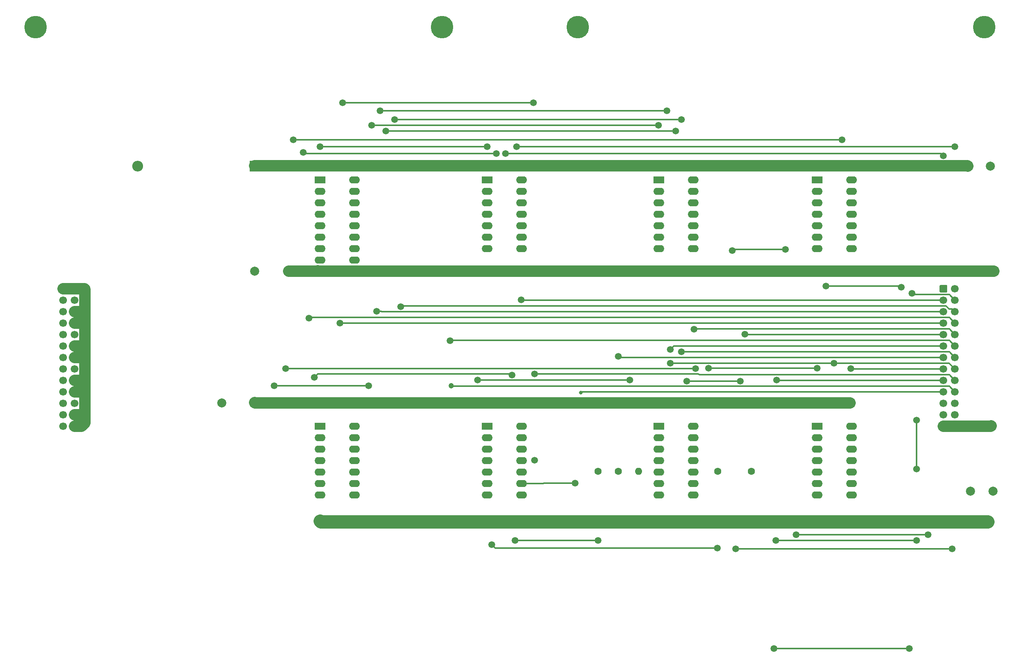
<source format=gbr>
%TF.GenerationSoftware,KiCad,Pcbnew,(5.1.10-1-10_14)*%
%TF.CreationDate,2022-02-02T20:10:15+11:00*%
%TF.ProjectId,Buffer,42756666-6572-42e6-9b69-6361645f7063,rev?*%
%TF.SameCoordinates,Original*%
%TF.FileFunction,Copper,L1,Top*%
%TF.FilePolarity,Positive*%
%FSLAX46Y46*%
G04 Gerber Fmt 4.6, Leading zero omitted, Abs format (unit mm)*
G04 Created by KiCad (PCBNEW (5.1.10-1-10_14)) date 2022-02-02 20:10:15*
%MOMM*%
%LPD*%
G01*
G04 APERTURE LIST*
%TA.AperFunction,ComponentPad*%
%ADD10C,1.700000*%
%TD*%
%TA.AperFunction,ComponentPad*%
%ADD11C,2.000000*%
%TD*%
%TA.AperFunction,ComponentPad*%
%ADD12O,2.400000X2.400000*%
%TD*%
%TA.AperFunction,ComponentPad*%
%ADD13R,2.400000X2.400000*%
%TD*%
%TA.AperFunction,ComponentPad*%
%ADD14O,1.600000X1.600000*%
%TD*%
%TA.AperFunction,ComponentPad*%
%ADD15C,1.600000*%
%TD*%
%TA.AperFunction,ComponentPad*%
%ADD16O,2.400000X1.600000*%
%TD*%
%TA.AperFunction,ComponentPad*%
%ADD17R,2.400000X1.600000*%
%TD*%
%TA.AperFunction,ComponentPad*%
%ADD18C,5.000000*%
%TD*%
%TA.AperFunction,ViaPad*%
%ADD19C,2.500000*%
%TD*%
%TA.AperFunction,ViaPad*%
%ADD20C,1.500000*%
%TD*%
%TA.AperFunction,ViaPad*%
%ADD21C,1.200000*%
%TD*%
%TA.AperFunction,ViaPad*%
%ADD22C,0.800000*%
%TD*%
%TA.AperFunction,Conductor*%
%ADD23C,2.500000*%
%TD*%
%TA.AperFunction,Conductor*%
%ADD24C,3.000000*%
%TD*%
%TA.AperFunction,Conductor*%
%ADD25C,0.500000*%
%TD*%
%TA.AperFunction,Conductor*%
%ADD26C,0.350000*%
%TD*%
G04 APERTURE END LIST*
D10*
%TO.P,J5,26*%
%TO.N,GND*%
X65650000Y-121050000D03*
%TO.P,J5,24*%
%TO.N,OD1_~DATA*%
X65650000Y-123590000D03*
%TO.P,J5,22*%
%TO.N,OD1_~RESET_FLAG*%
X65650000Y-126130000D03*
%TO.P,J5,20*%
%TO.N,OD1_~CLOCK*%
X65650000Y-128670000D03*
%TO.P,J5,18*%
%TO.N,OD0_~DATA*%
X65650000Y-131210000D03*
%TO.P,J5,16*%
%TO.N,OD0_~RESET_FLAG*%
X65650000Y-133750000D03*
%TO.P,J5,14*%
%TO.N,OD0_~CLOCK*%
X65650000Y-136290000D03*
%TO.P,J5,12*%
%TO.N,ID1_~DATA*%
X65650000Y-138830000D03*
%TO.P,J5,10*%
%TO.N,ID1_~RESET_FLAG*%
X65650000Y-141370000D03*
%TO.P,J5,8*%
%TO.N,ID1_~CLOCK*%
X65650000Y-143910000D03*
%TO.P,J5,6*%
%TO.N,ID0_~DATA*%
X65650000Y-146450000D03*
%TO.P,J5,4*%
%TO.N,ID0_~RESET_FLAG*%
X65650000Y-148990000D03*
%TO.P,J5,2*%
%TO.N,ID0_~CLOCK*%
X65650000Y-151530000D03*
%TO.P,J5,25*%
%TO.N,GND*%
X68190000Y-121050000D03*
%TO.P,J5,23*%
%TO.N,OD1_~FLAG*%
X68190000Y-123590000D03*
%TO.P,J5,21*%
%TO.N,GND*%
X68190000Y-126130000D03*
%TO.P,J5,19*%
X68190000Y-128670000D03*
%TO.P,J5,17*%
%TO.N,OD0_~FLAG*%
X68190000Y-131210000D03*
%TO.P,J5,15*%
%TO.N,GND*%
X68190000Y-133750000D03*
%TO.P,J5,13*%
X68190000Y-136290000D03*
%TO.P,J5,11*%
%TO.N,ID1_~FLAG*%
X68190000Y-138830000D03*
%TO.P,J5,9*%
%TO.N,GND*%
X68190000Y-141370000D03*
%TO.P,J5,7*%
X68190000Y-143910000D03*
%TO.P,J5,5*%
%TO.N,ID0_~FLAG*%
X68190000Y-146450000D03*
%TO.P,J5,3*%
%TO.N,GND*%
X68190000Y-148990000D03*
%TO.P,J5,1*%
%TA.AperFunction,ComponentPad*%
G36*
G01*
X69040000Y-150930000D02*
X69040000Y-152130000D01*
G75*
G02*
X68790000Y-152380000I-250000J0D01*
G01*
X67590000Y-152380000D01*
G75*
G02*
X67340000Y-152130000I0J250000D01*
G01*
X67340000Y-150930000D01*
G75*
G02*
X67590000Y-150680000I250000J0D01*
G01*
X68790000Y-150680000D01*
G75*
G02*
X69040000Y-150930000I0J-250000D01*
G01*
G37*
%TD.AperFunction*%
%TD*%
D11*
%TO.P,C4,2*%
%TO.N,GND*%
X270990000Y-93830000D03*
%TO.P,C4,1*%
%TO.N,+5V*%
X265990000Y-93830000D03*
%TD*%
%TO.P,C3,2*%
%TO.N,GND*%
X271590000Y-165930000D03*
%TO.P,C3,1*%
%TO.N,+5V*%
X266590000Y-165930000D03*
%TD*%
%TO.P,C2,2*%
%TO.N,GND*%
X100790000Y-146330000D03*
%TO.P,C2,1*%
%TO.N,+5V*%
X108290000Y-146330000D03*
%TD*%
%TO.P,C1,2*%
%TO.N,GND*%
X115590000Y-117130000D03*
%TO.P,C1,1*%
%TO.N,+5V*%
X108090000Y-117130000D03*
%TD*%
D12*
%TO.P,C5,2*%
%TO.N,GND*%
X82190000Y-93830000D03*
D13*
%TO.P,C5,1*%
%TO.N,+5V*%
X108190000Y-93830000D03*
%TD*%
D14*
%TO.P,R26,2*%
%TO.N,+5V*%
X218090000Y-146290000D03*
D15*
%TO.P,R26,1*%
%TO.N,Net-(R26-Pad1)*%
X218090000Y-161530000D03*
%TD*%
D16*
%TO.P,U1,14*%
%TO.N,+5V*%
X167210000Y-96910000D03*
%TO.P,U1,7*%
%TO.N,GND*%
X159590000Y-112150000D03*
%TO.P,U1,13*%
%TO.N,A1*%
X167210000Y-99450000D03*
%TO.P,U1,6*%
%TO.N,~A0*%
X159590000Y-109610000D03*
%TO.P,U1,12*%
%TO.N,A1*%
X167210000Y-101990000D03*
%TO.P,U1,5*%
%TO.N,A0*%
X159590000Y-107070000D03*
%TO.P,U1,11*%
%TO.N,~A1*%
X167210000Y-104530000D03*
%TO.P,U1,4*%
%TO.N,A0*%
X159590000Y-104530000D03*
%TO.P,U1,10*%
%TO.N,A2*%
X167210000Y-107070000D03*
%TO.P,U1,3*%
%TO.N,CS*%
X159590000Y-101990000D03*
%TO.P,U1,9*%
%TO.N,A2*%
X167210000Y-109610000D03*
%TO.P,U1,2*%
%TO.N,~CS*%
X159590000Y-99450000D03*
%TO.P,U1,8*%
%TO.N,~A2*%
X167210000Y-112150000D03*
D17*
%TO.P,U1,1*%
%TO.N,~CS*%
X159590000Y-96910000D03*
%TD*%
D14*
%TO.P,R23,2*%
%TO.N,Net-(R23-Pad2)*%
X193090000Y-161530000D03*
D15*
%TO.P,R23,1*%
%TO.N,+5V*%
X193090000Y-146290000D03*
%TD*%
D14*
%TO.P,R24,2*%
%TO.N,+5V*%
X188590000Y-146290000D03*
D15*
%TO.P,R24,1*%
%TO.N,Net-(R24-Pad1)*%
X188590000Y-161530000D03*
%TD*%
D14*
%TO.P,R25,2*%
%TO.N,+5V*%
X184090000Y-146290000D03*
D15*
%TO.P,R25,1*%
%TO.N,Net-(R25-Pad1)*%
X184090000Y-161530000D03*
%TD*%
D14*
%TO.P,R27,2*%
%TO.N,+5V*%
X210590000Y-146290000D03*
D15*
%TO.P,R27,1*%
%TO.N,Net-(R27-Pad1)*%
X210590000Y-161530000D03*
%TD*%
D16*
%TO.P,J3,16*%
%TO.N,Net-(J3-Pad16)*%
X130210000Y-96910000D03*
%TO.P,J3,8*%
%TO.N,GND*%
X122590000Y-114690000D03*
%TO.P,J3,15*%
%TO.N,D_IN*%
X130210000Y-99450000D03*
%TO.P,J3,7*%
%TO.N,D_OUT*%
X122590000Y-112150000D03*
%TO.P,J3,14*%
%TO.N,~WE*%
X130210000Y-101990000D03*
%TO.P,J3,6*%
%TO.N,A4*%
X122590000Y-109610000D03*
%TO.P,J3,13*%
%TO.N,A9*%
X130210000Y-104530000D03*
%TO.P,J3,5*%
%TO.N,A3*%
X122590000Y-107070000D03*
%TO.P,J3,12*%
%TO.N,A8*%
X130210000Y-107070000D03*
%TO.P,J3,4*%
%TO.N,A2*%
X122590000Y-104530000D03*
%TO.P,J3,11*%
%TO.N,A7*%
X130210000Y-109610000D03*
%TO.P,J3,3*%
%TO.N,A1*%
X122590000Y-101990000D03*
%TO.P,J3,10*%
%TO.N,A6*%
X130210000Y-112150000D03*
%TO.P,J3,2*%
%TO.N,A0*%
X122590000Y-99450000D03*
%TO.P,J3,9*%
%TO.N,A5*%
X130210000Y-114690000D03*
D17*
%TO.P,J3,1*%
%TO.N,~CS*%
X122590000Y-96910000D03*
%TD*%
D16*
%TO.P,U7,14*%
%TO.N,+5V*%
X240210000Y-151530000D03*
%TO.P,U7,7*%
%TO.N,GND*%
X232590000Y-166770000D03*
%TO.P,U7,13*%
%TO.N,Net-(R28-Pad1)*%
X240210000Y-154070000D03*
%TO.P,U7,6*%
%TO.N,~HALT_COMMAND*%
X232590000Y-164230000D03*
%TO.P,U7,12*%
%TO.N,Net-(R28-Pad1)*%
X240210000Y-156610000D03*
%TO.P,U7,5*%
%TO.N,HALT_COMMAND*%
X232590000Y-161690000D03*
%TO.P,U7,11*%
%TO.N,~RST\u002A*%
X240210000Y-159150000D03*
%TO.P,U7,4*%
%TO.N,HALT_COMMAND*%
X232590000Y-159150000D03*
%TO.P,U7,10*%
%TO.N,~RST*%
X240210000Y-161690000D03*
%TO.P,U7,3*%
%TO.N,~RUN\u002A*%
X232590000Y-156610000D03*
%TO.P,U7,9*%
%TO.N,~RST*%
X240210000Y-164230000D03*
%TO.P,U7,2*%
%TO.N,Net-(R26-Pad1)*%
X232590000Y-154070000D03*
%TO.P,U7,8*%
%TO.N,Net-(R28-Pad1)*%
X240210000Y-166770000D03*
D17*
%TO.P,U7,1*%
%TO.N,Net-(R26-Pad1)*%
X232590000Y-151530000D03*
%TD*%
D16*
%TO.P,U4,14*%
%TO.N,+5V*%
X130210000Y-151530000D03*
%TO.P,U4,7*%
%TO.N,GND*%
X122590000Y-166770000D03*
%TO.P,U4,13*%
%TO.N,A4*%
X130210000Y-154070000D03*
%TO.P,U4,6*%
%TO.N,~A6*%
X122590000Y-164230000D03*
%TO.P,U4,12*%
%TO.N,A4*%
X130210000Y-156610000D03*
%TO.P,U4,5*%
%TO.N,A6*%
X122590000Y-161690000D03*
%TO.P,U4,11*%
%TO.N,~A4*%
X130210000Y-159150000D03*
%TO.P,U4,4*%
%TO.N,A6*%
X122590000Y-159150000D03*
%TO.P,U4,10*%
%TO.N,A5*%
X130210000Y-161690000D03*
%TO.P,U4,3*%
%TO.N,~A7*%
X122590000Y-156610000D03*
%TO.P,U4,9*%
%TO.N,A5*%
X130210000Y-164230000D03*
%TO.P,U4,2*%
%TO.N,A7*%
X122590000Y-154070000D03*
%TO.P,U4,8*%
%TO.N,~A5*%
X130210000Y-166770000D03*
D17*
%TO.P,U4,1*%
%TO.N,A7*%
X122590000Y-151530000D03*
%TD*%
D16*
%TO.P,U6,14*%
%TO.N,+5V*%
X205210000Y-151530000D03*
%TO.P,U6,7*%
%TO.N,GND*%
X197590000Y-166770000D03*
%TO.P,U6,13*%
%TO.N,~RUN*%
X205210000Y-154070000D03*
%TO.P,U6,6*%
%TO.N,Net-(R25-Pad1)*%
X197590000Y-164230000D03*
%TO.P,U6,12*%
%TO.N,Net-(R26-Pad1)*%
X205210000Y-156610000D03*
%TO.P,U6,5*%
%TO.N,EXECUTE*%
X197590000Y-161690000D03*
%TO.P,U6,11*%
%TO.N,D_OUT*%
X205210000Y-159150000D03*
%TO.P,U6,4*%
%TO.N,Net-(R24-Pad1)*%
X197590000Y-159150000D03*
%TO.P,U6,10*%
%TO.N,~D_OUT*%
X205210000Y-161690000D03*
%TO.P,U6,3*%
%TO.N,FETCH*%
X197590000Y-156610000D03*
%TO.P,U6,9*%
%TO.N,T22.5*%
X205210000Y-164230000D03*
%TO.P,U6,2*%
%TO.N,Net-(R23-Pad2)*%
X197590000Y-154070000D03*
%TO.P,U6,8*%
%TO.N,Net-(R27-Pad1)*%
X205210000Y-166770000D03*
D17*
%TO.P,U6,1*%
%TO.N,MB4*%
X197590000Y-151530000D03*
%TD*%
D16*
%TO.P,U5,14*%
%TO.N,+5V*%
X167210000Y-151530000D03*
%TO.P,U5,7*%
%TO.N,GND*%
X159590000Y-166770000D03*
%TO.P,U5,13*%
%TO.N,Net-(R25-Pad1)*%
X167210000Y-154070000D03*
%TO.P,U5,6*%
%TO.N,~MB4+~MB7*%
X159590000Y-164230000D03*
%TO.P,U5,12*%
%TO.N,Net-(R25-Pad1)*%
X167210000Y-156610000D03*
%TO.P,U5,5*%
%TO.N,MB7*%
X159590000Y-161690000D03*
%TO.P,U5,11*%
%TO.N,\u002AEXECUTE*%
X167210000Y-159150000D03*
%TO.P,U5,4*%
%TO.N,Net-(R23-Pad2)*%
X159590000Y-159150000D03*
%TO.P,U5,10*%
%TO.N,Net-(R24-Pad1)*%
X167210000Y-161690000D03*
%TO.P,U5,3*%
%TO.N,~JMS+JMP*%
X159590000Y-156610000D03*
%TO.P,U5,9*%
%TO.N,Net-(R24-Pad1)*%
X167210000Y-164230000D03*
%TO.P,U5,2*%
%TO.N,JMP*%
X159590000Y-154070000D03*
%TO.P,U5,8*%
%TO.N,\u002AFETCH*%
X167210000Y-166770000D03*
D17*
%TO.P,U5,1*%
%TO.N,JMS*%
X159590000Y-151530000D03*
%TD*%
D16*
%TO.P,U3,14*%
%TO.N,+5V*%
X240210000Y-96910000D03*
%TO.P,U3,7*%
%TO.N,GND*%
X232590000Y-112150000D03*
%TO.P,U3,13*%
%TO.N,A3*%
X240210000Y-99450000D03*
%TO.P,U3,6*%
%TO.N,T22.5*%
X232590000Y-109610000D03*
%TO.P,U3,12*%
%TO.N,A3*%
X240210000Y-101990000D03*
%TO.P,U3,5*%
%TO.N,Net-(R27-Pad1)*%
X232590000Y-107070000D03*
%TO.P,U3,11*%
%TO.N,~A3*%
X240210000Y-104530000D03*
%TO.P,U3,4*%
%TO.N,Net-(R27-Pad1)*%
X232590000Y-104530000D03*
%TO.P,U3,10*%
%TO.N,MEM.ENABLE*%
X240210000Y-107070000D03*
%TO.P,U3,3*%
%TO.N,~T0.5*%
X232590000Y-101990000D03*
%TO.P,U3,9*%
%TO.N,MEM.ENABLE*%
X240210000Y-109610000D03*
%TO.P,U3,2*%
%TO.N,T0.5*%
X232590000Y-99450000D03*
%TO.P,U3,8*%
%TO.N,~MEMORY_ENABLE*%
X240210000Y-112150000D03*
D17*
%TO.P,U3,1*%
%TO.N,T0.5*%
X232590000Y-96910000D03*
%TD*%
D16*
%TO.P,U2,14*%
%TO.N,+5V*%
X205210000Y-96910000D03*
%TO.P,U2,7*%
%TO.N,GND*%
X197590000Y-112150000D03*
%TO.P,U2,13*%
%TO.N,A8*%
X205210000Y-99450000D03*
%TO.P,U2,6*%
%TO.N,WE*%
X197590000Y-109610000D03*
%TO.P,U2,12*%
%TO.N,A8*%
X205210000Y-101990000D03*
%TO.P,U2,5*%
%TO.N,~WE*%
X197590000Y-107070000D03*
%TO.P,U2,11*%
%TO.N,~A8*%
X205210000Y-104530000D03*
%TO.P,U2,4*%
%TO.N,~WE*%
X197590000Y-104530000D03*
%TO.P,U2,10*%
%TO.N,A9*%
X205210000Y-107070000D03*
%TO.P,U2,3*%
%TO.N,~D_IN*%
X197590000Y-101990000D03*
%TO.P,U2,9*%
%TO.N,A9*%
X205210000Y-109610000D03*
%TO.P,U2,2*%
%TO.N,D_IN*%
X197590000Y-99450000D03*
%TO.P,U2,8*%
%TO.N,~A9*%
X205210000Y-112150000D03*
D17*
%TO.P,U2,1*%
%TO.N,D_IN*%
X197590000Y-96910000D03*
%TD*%
D18*
%TO.P,H2,1*%
%TO.N,GND*%
X179590000Y-63030000D03*
X269590000Y-63030000D03*
%TD*%
%TO.P,H1,1*%
%TO.N,GND*%
X59590000Y-63030000D03*
X149590000Y-63030000D03*
%TD*%
D10*
%TO.P,J4,26*%
%TO.N,GND*%
X263130000Y-151510000D03*
%TO.P,J4,24*%
X263130000Y-148970000D03*
%TO.P,J4,22*%
%TO.N,~RST\u002A*%
X263130000Y-146430000D03*
%TO.P,J4,20*%
%TO.N,~MB4+~MB7*%
X263130000Y-143890000D03*
%TO.P,J4,18*%
%TO.N,\u002AEXECUTE*%
X263130000Y-141350000D03*
%TO.P,J4,16*%
%TO.N,T22.5*%
X263130000Y-138810000D03*
%TO.P,J4,14*%
%TO.N,~D_OUT*%
X263130000Y-136270000D03*
%TO.P,J4,12*%
%TO.N,CS*%
X263130000Y-133730000D03*
%TO.P,J4,10*%
%TO.N,~A9*%
X263130000Y-131190000D03*
%TO.P,J4,8*%
%TO.N,~A7*%
X263130000Y-128650000D03*
%TO.P,J4,6*%
%TO.N,~A5*%
X263130000Y-126110000D03*
%TO.P,J4,4*%
%TO.N,~A3*%
X263130000Y-123570000D03*
%TO.P,J4,2*%
%TO.N,~A1*%
X263130000Y-121030000D03*
%TO.P,J4,25*%
%TO.N,GND*%
X260590000Y-151510000D03*
%TO.P,J4,23*%
%TO.N,~HALT_COMMAND*%
X260590000Y-148970000D03*
%TO.P,J4,21*%
%TO.N,~RUN\u002A*%
X260590000Y-146430000D03*
%TO.P,J4,19*%
%TO.N,\u002AFETCH*%
X260590000Y-143890000D03*
%TO.P,J4,17*%
%TO.N,~T0.5*%
X260590000Y-141350000D03*
%TO.P,J4,15*%
%TO.N,~MEMORY_ENABLE*%
X260590000Y-138810000D03*
%TO.P,J4,13*%
%TO.N,~D_IN*%
X260590000Y-136270000D03*
%TO.P,J4,11*%
%TO.N,WE*%
X260590000Y-133730000D03*
%TO.P,J4,9*%
%TO.N,~A8*%
X260590000Y-131190000D03*
%TO.P,J4,7*%
%TO.N,~A6*%
X260590000Y-128650000D03*
%TO.P,J4,5*%
%TO.N,~A4*%
X260590000Y-126110000D03*
%TO.P,J4,3*%
%TO.N,~A2*%
X260590000Y-123570000D03*
%TO.P,J4,1*%
%TO.N,~A0*%
%TA.AperFunction,ComponentPad*%
G36*
G01*
X259740000Y-121630000D02*
X259740000Y-120430000D01*
G75*
G02*
X259990000Y-120180000I250000J0D01*
G01*
X261190000Y-120180000D01*
G75*
G02*
X261440000Y-120430000I0J-250000D01*
G01*
X261440000Y-121630000D01*
G75*
G02*
X261190000Y-121880000I-250000J0D01*
G01*
X259990000Y-121880000D01*
G75*
G02*
X259740000Y-121630000I0J250000D01*
G01*
G37*
%TD.AperFunction*%
%TD*%
D19*
%TO.N,+5V*%
X167430000Y-146370000D03*
X205430000Y-146370000D03*
X239930000Y-146370000D03*
X130750000Y-146370000D03*
X240090000Y-93780000D03*
X205340000Y-93780000D03*
X167340000Y-93780000D03*
D20*
%TO.N,GND*%
X122590000Y-172530000D03*
D19*
X122590000Y-172530000D03*
X197256800Y-172696800D03*
X232423200Y-172696800D03*
X159644990Y-172696800D03*
X197460000Y-117160000D03*
X232460000Y-117160000D03*
X159720000Y-117160000D03*
X122220000Y-117160000D03*
X270423200Y-172696800D03*
X271010000Y-151510000D03*
X271760000Y-117160000D03*
D20*
%TO.N,D_IN*%
X197465000Y-84775000D03*
X133965000Y-84775000D03*
%TO.N,D_OUT*%
X114915000Y-138750000D03*
X205720000Y-138750000D03*
%TO.N,~WE*%
X199370000Y-81600000D03*
X135870000Y-81600000D03*
%TO.N,A4*%
X112375000Y-142560000D03*
X133330000Y-142560000D03*
%TO.N,A9*%
X201275000Y-86045000D03*
X137140000Y-86045000D03*
%TO.N,A3*%
X116590000Y-88030000D03*
X238090000Y-88030000D03*
%TO.N,A8*%
X202545000Y-83505000D03*
X139045000Y-83505000D03*
%TO.N,A2*%
X121265000Y-140655000D03*
X165080000Y-140164990D03*
%TO.N,A1*%
X169840000Y-79780000D03*
X127590000Y-79780000D03*
%TO.N,A0*%
X118840000Y-90780000D03*
X161590000Y-91030000D03*
%TO.N,~CS*%
X122590000Y-89530000D03*
X159590008Y-89530000D03*
%TO.N,T22.5*%
X200090000Y-137530000D03*
X236340000Y-137530002D03*
X214590000Y-178730004D03*
X262490000Y-178730000D03*
%TO.N,~T0.5*%
X223652496Y-141250009D03*
%TO.N,~MEMORY_ENABLE*%
X240090000Y-138710009D03*
D21*
%TO.N,~MB4+~MB7*%
X151590000Y-142530000D03*
D20*
%TO.N,MB7*%
X160590000Y-177780000D03*
X210490000Y-178530000D03*
%TO.N,\u002AEXECUTE*%
X170090000Y-159030000D03*
X170090000Y-139875010D03*
D22*
%TO.N,\u002AFETCH*%
X180320000Y-144030000D03*
D20*
%TO.N,MEM.ENABLE*%
X223090000Y-200830000D03*
X252990000Y-200830000D03*
X234590000Y-120430000D03*
X251290000Y-120730000D03*
%TO.N,CS*%
X151340000Y-132530000D03*
%TO.N,~A0*%
X260590000Y-91530000D03*
X163590000Y-91030000D03*
%TO.N,~A1*%
X263090000Y-89530000D03*
X166090000Y-89530000D03*
%TO.N,~A2*%
X167090000Y-123530000D03*
%TO.N,~D_IN*%
X188590000Y-136030000D03*
%TO.N,WE*%
X200090000Y-134530000D03*
%TO.N,~A9*%
X205340004Y-130030000D03*
%TO.N,~A8*%
X216590000Y-131090009D03*
%TO.N,~A7*%
X120089999Y-127530001D03*
%TO.N,~A6*%
X126960000Y-128650000D03*
%TO.N,~A5*%
X140395214Y-124984990D03*
%TO.N,~A4*%
X135090000Y-126030000D03*
%TO.N,~A3*%
X253590000Y-122030000D03*
%TO.N,~D_OUT*%
X202590000Y-135030000D03*
%TO.N,~RUN*%
X215590000Y-141530000D03*
X203715010Y-141530000D03*
%TO.N,~HALT_COMMAND*%
X227945000Y-175580000D03*
X257155000Y-175580000D03*
%TO.N,Net-(R23-Pad2)*%
X191115000Y-141290000D03*
X157460000Y-141290000D03*
%TO.N,Net-(R24-Pad1)*%
X179050000Y-164150000D03*
%TO.N,Net-(R25-Pad1)*%
X184130000Y-176850000D03*
X165715000Y-176850000D03*
%TO.N,Net-(R26-Pad1)*%
X232589996Y-138655010D03*
X208590000Y-138655010D03*
%TO.N,Net-(R27-Pad1)*%
X225590000Y-112280000D03*
X213840000Y-112530000D03*
%TO.N,~RUN\u002A*%
X223500000Y-176850000D03*
X254615000Y-176850000D03*
X254615000Y-160975000D03*
X254615000Y-150180000D03*
%TD*%
D23*
%TO.N,+5V*%
X108170000Y-146370000D02*
X108090000Y-146290000D01*
X130750000Y-146370000D02*
X108170000Y-146370000D01*
X167340000Y-93780000D02*
X108090000Y-93780000D01*
X130750000Y-146370000D02*
X239930000Y-146370000D01*
X265940000Y-93780000D02*
X167340000Y-93780000D01*
X265990000Y-93830000D02*
X265940000Y-93780000D01*
D24*
%TO.N,GND*%
X122756800Y-172696800D02*
X122590000Y-172530000D01*
X232423200Y-172696800D02*
X122756800Y-172696800D01*
X270423200Y-172696800D02*
X232423200Y-172696800D01*
D23*
X271065000Y-151510000D02*
X271125000Y-151450000D01*
X260590000Y-151510000D02*
X271010000Y-151510000D01*
X122220000Y-117160000D02*
X122090000Y-117030000D01*
X271760000Y-117160000D02*
X122220000Y-117160000D01*
X122190000Y-117130000D02*
X122220000Y-117160000D01*
X115590000Y-117130000D02*
X122190000Y-117130000D01*
X271010000Y-151510000D02*
X271065000Y-151510000D01*
D25*
X65650000Y-121050000D02*
X68190000Y-121050000D01*
X68190000Y-121050000D02*
X69910000Y-121050000D01*
X69910000Y-121050000D02*
X70190000Y-121330000D01*
X70190000Y-151030000D02*
X69690000Y-151530000D01*
X68190000Y-133750000D02*
X70170000Y-133750000D01*
X70170000Y-133750000D02*
X70190000Y-133730000D01*
X70190000Y-121330000D02*
X70190000Y-133730000D01*
X70030000Y-136290000D02*
X70190000Y-136130000D01*
X68190000Y-136290000D02*
X70030000Y-136290000D01*
X70190000Y-133730000D02*
X70190000Y-136130000D01*
X70010000Y-143910000D02*
X70190000Y-143730000D01*
X68190000Y-143910000D02*
X70010000Y-143910000D01*
X70190000Y-143730000D02*
X70190000Y-151030000D01*
X70190000Y-136130000D02*
X70190000Y-143730000D01*
D23*
X65650000Y-121050000D02*
X70370000Y-121050000D01*
X70490001Y-150729999D02*
X70190000Y-151030000D01*
X70370000Y-121050000D02*
X70490001Y-121170001D01*
X69690000Y-151530000D02*
X70490001Y-150729999D01*
X68190000Y-151530000D02*
X69690000Y-151530000D01*
X70130000Y-148990000D02*
X70490001Y-148629999D01*
X68190000Y-148990000D02*
X70130000Y-148990000D01*
X70490001Y-148629999D02*
X70490001Y-150729999D01*
X68190000Y-143910000D02*
X70470000Y-143910000D01*
X70470000Y-143910000D02*
X70490001Y-143930001D01*
X70490001Y-143930001D02*
X70490001Y-148629999D01*
X68190000Y-141370000D02*
X69530000Y-141370000D01*
X70490001Y-142330001D02*
X70490001Y-143930001D01*
X69530000Y-141370000D02*
X70490001Y-142330001D01*
X70050000Y-136290000D02*
X70490001Y-136730001D01*
X68190000Y-136290000D02*
X70050000Y-136290000D01*
X70490001Y-136730001D02*
X70490001Y-142330001D01*
X69970000Y-133750000D02*
X70490001Y-133229999D01*
X70490001Y-133229999D02*
X70490001Y-136730001D01*
X68190000Y-133750000D02*
X69970000Y-133750000D01*
X70090000Y-126130000D02*
X70490001Y-126530001D01*
X68190000Y-126130000D02*
X70090000Y-126130000D01*
X70490001Y-121170001D02*
X70490001Y-126530001D01*
X69650000Y-128670000D02*
X70490001Y-127829999D01*
X68190000Y-128670000D02*
X69650000Y-128670000D01*
X70490001Y-127829999D02*
X70490001Y-133229999D01*
X70490001Y-126530001D02*
X70490001Y-127829999D01*
D26*
%TO.N,D_IN*%
X197465000Y-84775000D02*
X133965000Y-84775000D01*
%TO.N,D_OUT*%
X114915000Y-138750000D02*
X115550000Y-138750000D01*
X114915000Y-138750000D02*
X205720000Y-138750000D01*
%TO.N,~WE*%
X199370000Y-81600000D02*
X135870000Y-81600000D01*
%TO.N,A4*%
X112375000Y-142560000D02*
X133330000Y-142560000D01*
%TO.N,A9*%
X201275000Y-86045000D02*
X137140000Y-86045000D01*
%TO.N,A3*%
X238090000Y-88030000D02*
X116590000Y-88030000D01*
%TO.N,A8*%
X202545000Y-83505000D02*
X139045000Y-83505000D01*
%TO.N,A2*%
X121265000Y-140655000D02*
X122014999Y-139905001D01*
X164820011Y-139905001D02*
X165080000Y-140164990D01*
X122014999Y-139905001D02*
X164820011Y-139905001D01*
%TO.N,A1*%
X169840000Y-79780000D02*
X127590000Y-79780000D01*
%TO.N,A0*%
X119090000Y-91030000D02*
X161590000Y-91030000D01*
X118840000Y-90780000D02*
X119090000Y-91030000D01*
%TO.N,~CS*%
X122590000Y-89530000D02*
X159590008Y-89530000D01*
%TO.N,T22.5*%
X263130000Y-138810000D02*
X261850002Y-137530002D01*
X261850002Y-137530002D02*
X236340000Y-137530002D01*
X236339997Y-137529999D02*
X236340000Y-137530002D01*
X200090000Y-137530000D02*
X236339997Y-137529999D01*
X214590000Y-178730004D02*
X262489996Y-178730004D01*
X262489996Y-178730004D02*
X262490000Y-178730000D01*
%TO.N,~T0.5*%
X223752487Y-141350000D02*
X223652496Y-141250009D01*
X260590000Y-141350000D02*
X223752487Y-141350000D01*
%TO.N,~MEMORY_ENABLE*%
X240189991Y-138810000D02*
X240090000Y-138710009D01*
X260590000Y-138810000D02*
X240189991Y-138810000D01*
%TO.N,~MB4+~MB7*%
X261904999Y-142664999D02*
X151724999Y-142664999D01*
X151724999Y-142664999D02*
X151590000Y-142530000D01*
X263130000Y-143890000D02*
X261904999Y-142664999D01*
%TO.N,MB7*%
X161340000Y-178530000D02*
X210490000Y-178530000D01*
X160590000Y-177780000D02*
X161340000Y-178530000D01*
%TO.N,\u002AEXECUTE*%
X206259994Y-139875010D02*
X170090000Y-139875010D01*
X206509983Y-140124999D02*
X206259994Y-139875010D01*
X261904999Y-140124999D02*
X206509983Y-140124999D01*
X263130000Y-141350000D02*
X261904999Y-140124999D01*
%TO.N,\u002AFETCH*%
X260590000Y-143890000D02*
X180460000Y-143890000D01*
X180460000Y-143890000D02*
X180320000Y-144030000D01*
%TO.N,MEM.ENABLE*%
X223090000Y-200830000D02*
X252990000Y-200830000D01*
X250990000Y-120430000D02*
X251290000Y-120730000D01*
X234590000Y-120430000D02*
X250990000Y-120430000D01*
%TO.N,CS*%
X261904999Y-132504999D02*
X151365001Y-132504999D01*
X263130000Y-133730000D02*
X261904999Y-132504999D01*
X151365001Y-132504999D02*
X151340000Y-132530000D01*
%TO.N,~A0*%
X260090000Y-91030000D02*
X163590000Y-91030000D01*
X260590000Y-91530000D02*
X260090000Y-91030000D01*
%TO.N,~A1*%
X263090000Y-89530000D02*
X166090000Y-89530000D01*
%TO.N,~A2*%
X260590000Y-123570000D02*
X167130000Y-123570000D01*
X167130000Y-123570000D02*
X167090000Y-123530000D01*
%TO.N,~D_IN*%
X188830000Y-136270000D02*
X188590000Y-136030000D01*
X260590000Y-136270000D02*
X188830000Y-136270000D01*
%TO.N,WE*%
X200890000Y-133730000D02*
X200090000Y-134530000D01*
X260590000Y-133730000D02*
X200890000Y-133730000D01*
%TO.N,~A9*%
X261904999Y-129964999D02*
X205405005Y-129964999D01*
X263130000Y-131190000D02*
X261904999Y-129964999D01*
X205405005Y-129964999D02*
X205340004Y-130030000D01*
%TO.N,~A8*%
X260590000Y-131190000D02*
X216689991Y-131190000D01*
X216689991Y-131190000D02*
X216590000Y-131090009D01*
%TO.N,~A7*%
X263130000Y-128650000D02*
X261904999Y-127424999D01*
X261904999Y-127424999D02*
X120195001Y-127424999D01*
%TO.N,~A6*%
X260590000Y-128650000D02*
X126710000Y-128650000D01*
%TO.N,~A5*%
X261815001Y-125530000D02*
X261815001Y-125521999D01*
X261815001Y-125521999D02*
X261178001Y-124884999D01*
X262550000Y-125530000D02*
X261815001Y-125530000D01*
X263130000Y-126110000D02*
X262550000Y-125530000D01*
X261178001Y-124884999D02*
X260235001Y-124884999D01*
X260235001Y-124884999D02*
X260001999Y-124884999D01*
X140600204Y-124780000D02*
X140395214Y-124984990D01*
X140495205Y-124884999D02*
X140395214Y-124984990D01*
X260235001Y-124884999D02*
X140495205Y-124884999D01*
%TO.N,~A4*%
X260590000Y-126110000D02*
X260170000Y-126530000D01*
X136090000Y-126030000D02*
X135090000Y-126030000D01*
X136170000Y-126110000D02*
X136090000Y-126030000D01*
X260590000Y-126110000D02*
X136170000Y-126110000D01*
%TO.N,~A3*%
X263130000Y-123570000D02*
X261904999Y-122344999D01*
X253904999Y-122344999D02*
X253590000Y-122030000D01*
X261904999Y-122344999D02*
X253904999Y-122344999D01*
%TO.N,~D_OUT*%
X261904999Y-135044999D02*
X202604999Y-135044999D01*
X202604999Y-135044999D02*
X202590000Y-135030000D01*
X263130000Y-136270000D02*
X261904999Y-135044999D01*
%TO.N,~RUN*%
X215590000Y-141530000D02*
X203715010Y-141530000D01*
%TO.N,~HALT_COMMAND*%
X227945000Y-175580000D02*
X257155000Y-175580000D01*
%TO.N,Net-(R23-Pad2)*%
X191115000Y-141290000D02*
X157460000Y-141290000D01*
%TO.N,Net-(R24-Pad1)*%
X179050000Y-164150000D02*
X172065000Y-164150000D01*
X171985000Y-164230000D02*
X172065000Y-164150000D01*
X167210000Y-164230000D02*
X171985000Y-164230000D01*
%TO.N,Net-(R25-Pad1)*%
X184130000Y-176850000D02*
X165715000Y-176850000D01*
%TO.N,Net-(R26-Pad1)*%
X232589996Y-138655010D02*
X231529336Y-138655010D01*
X231529336Y-138655010D02*
X208590000Y-138655010D01*
%TO.N,Net-(R27-Pad1)*%
X225590000Y-112280000D02*
X214090000Y-112280000D01*
X214090000Y-112280000D02*
X213840000Y-112530000D01*
%TO.N,~RUN\u002A*%
X223500000Y-176850000D02*
X254615000Y-176850000D01*
X254615000Y-160975000D02*
X254615000Y-150180000D01*
%TD*%
M02*

</source>
